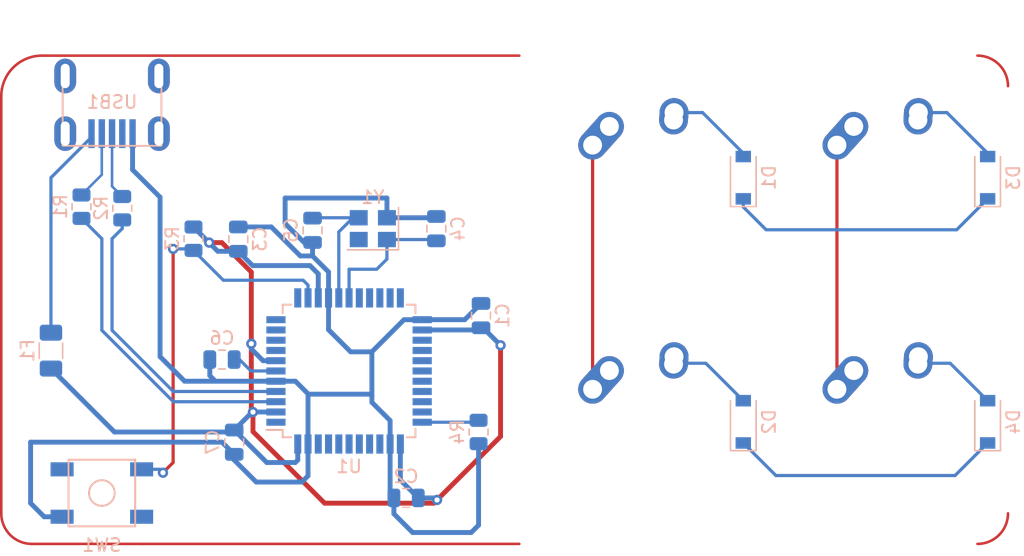
<source format=kicad_pcb>
(kicad_pcb (version 20211014) (generator pcbnew)
  (layers (0 "F.Cu" signal) (31 "B.Cu" signal) (34 "B.Paste" user) (35 "F.Paste" user) (36 "B.SilkS" user "B.Silkscreen") (37 "F.SilkS" user "F.Silkscreen") (38 "B.Mask" user) (39 "F.Mask" user) (44 "Edge.Cuts" user))
  (net 0 "")
  (net 1 "+5V")
  (net 2 "GND")
  (net 3 "Net-(C4-Pad1)")
  (net 4 "Net-(C5-Pad1)")
  (net 5 "Net-(C6-Pad1)")
  (net 6 "/ROW0")
  (net 7 "Net-(D1-Pad2)")
  (net 8 "/ROW1")
  (net 9 "Net-(D2-Pad2)")
  (net 10 "Net-(D3-Pad2)")
  (net 11 "Net-(D4-Pad2)")
  (net 12 "VCC")
  (net 13 "/COL0")
  (net 14 "/COL1")
  (net 15 "/D-")
  (net 16 "Net-(R1-Pad2)")
  (net 17 "/D+")
  (net 18 "Net-(R2-Pad2)")
  (net 19 "Net-(R3-Pad2)")
  (net 20 "Net-(R4-Pad1)")
  (footprint "MX_Alps_Hybrid:MX-1U-NoLED" (layer "F.Cu") (at 163.5125 107.95)
    (fp_text reference "MX4")
    (fp_text value "MX-NoLED")
    (pad "" np_thru_hole circle locked (at 5.08 0 48.0996) (size 1.75 1.75) (drill 1.75) (layers *.Cu *.Mask))
    (pad "" np_thru_hole circle locked (at -5.08 0 48.0996) (size 1.75 1.75) (drill 1.75) (layers *.Cu *.Mask))
    (pad "" np_thru_hole circle locked (at 0 0) (size 3.9878 3.9878) (drill 3.9878) (layers *.Cu *.Mask))
    (pad "1" thru_hole oval locked (at -3.81 -2.54 48.0996) (size 4.211556 2.25) (drill 1.47 (offset 0.980778 0)) (layers *.Cu "B.Mask") (net 14 "/COL1"))
    (pad "1" thru_hole circle locked (at -2.5 -4) (size 2.25 2.25) (drill 1.47) (layers *.Cu "B.Mask") (net 14 "/COL1"))
    (pad "2" thru_hole oval locked (at 2.5 -4.5 86.0548) (size 2.831378 2.25) (drill 1.47 (offset 0.290689 0)) (layers *.Cu "B.Mask") (net 11 "Net-(D4-Pad2)"))
    (pad "2" thru_hole circle locked (at 2.54 -5.08) (size 2.25 2.25) (drill 1.47) (layers *.Cu "B.Mask") (net 11 "Net-(D4-Pad2)"))
  )
  (footprint "MX_Alps_Hybrid:MX-1U-NoLED" (layer "F.Cu") (at 163.5125 88.9)
    (fp_text reference "MX3")
    (fp_text value "MX-NoLED")
    (pad "" np_thru_hole circle locked (at 5.08 0 48.0996) (size 1.75 1.75) (drill 1.75) (layers *.Cu *.Mask))
    (pad "" np_thru_hole circle locked (at 0 0) (size 3.9878 3.9878) (drill 3.9878) (layers *.Cu *.Mask))
    (pad "" np_thru_hole circle locked (at -5.08 0 48.0996) (size 1.75 1.75) (drill 1.75) (layers *.Cu *.Mask))
    (pad "1" thru_hole oval locked (at -3.81 -2.54 48.0996) (size 4.211556 2.25) (drill 1.47 (offset 0.980778 0)) (layers *.Cu "B.Mask") (net 14 "/COL1"))
    (pad "1" thru_hole circle locked (at -2.5 -4) (size 2.25 2.25) (drill 1.47) (layers *.Cu "B.Mask") (net 14 "/COL1"))
    (pad "2" thru_hole oval locked (at 2.5 -4.5 86.0548) (size 2.831378 2.25) (drill 1.47 (offset 0.290689 0)) (layers *.Cu "B.Mask") (net 10 "Net-(D3-Pad2)"))
    (pad "2" thru_hole circle locked (at 2.54 -5.08) (size 2.25 2.25) (drill 1.47) (layers *.Cu "B.Mask") (net 10 "Net-(D3-Pad2)"))
  )
  (footprint "MX_Alps_Hybrid:MX-1U-NoLED" (layer "F.Cu") (at 144.4625 107.95)
    (fp_text reference "MX2")
    (fp_text value "MX-NoLED")
    (pad "" np_thru_hole circle locked (at -5.08 0 48.0996) (size 1.75 1.75) (drill 1.75) (layers *.Cu *.Mask))
    (pad "" np_thru_hole circle locked (at 5.08 0 48.0996) (size 1.75 1.75) (drill 1.75) (layers *.Cu *.Mask))
    (pad "" np_thru_hole circle locked (at 0 0) (size 3.9878 3.9878) (drill 3.9878) (layers *.Cu *.Mask))
    (pad "1" thru_hole oval locked (at -3.81 -2.54 48.0996) (size 4.211556 2.25) (drill 1.47 (offset 0.980778 0)) (layers *.Cu "B.Mask") (net 13 "/COL0"))
    (pad "1" thru_hole circle locked (at -2.5 -4) (size 2.25 2.25) (drill 1.47) (layers *.Cu "B.Mask") (net 13 "/COL0"))
    (pad "2" thru_hole circle locked (at 2.54 -5.08) (size 2.25 2.25) (drill 1.47) (layers *.Cu "B.Mask") (net 9 "Net-(D2-Pad2)"))
    (pad "2" thru_hole oval locked (at 2.5 -4.5 86.0548) (size 2.831378 2.25) (drill 1.47 (offset 0.290689 0)) (layers *.Cu "B.Mask") (net 9 "Net-(D2-Pad2)"))
  )
  (footprint "MX_Alps_Hybrid:MX-1U-NoLED" (layer "F.Cu") (at 144.4625 88.9)
    (fp_text reference "MX1")
    (fp_text value "MX-NoLED")
    (pad "" np_thru_hole circle locked (at 5.08 0 48.0996) (size 1.75 1.75) (drill 1.75) (layers *.Cu *.Mask))
    (pad "" np_thru_hole circle locked (at -5.08 0 48.0996) (size 1.75 1.75) (drill 1.75) (layers *.Cu *.Mask))
    (pad "" np_thru_hole circle locked (at 0 0) (size 3.9878 3.9878) (drill 3.9878) (layers *.Cu *.Mask))
    (pad "1" thru_hole circle locked (at -2.5 -4) (size 2.25 2.25) (drill 1.47) (layers *.Cu "B.Mask") (net 13 "/COL0"))
    (pad "1" thru_hole oval locked (at -3.81 -2.54 48.0996) (size 4.211556 2.25) (drill 1.47 (offset 0.980778 0)) (layers *.Cu "B.Mask") (net 13 "/COL0"))
    (pad "2" thru_hole oval locked (at 2.5 -4.5 86.0548) (size 2.831378 2.25) (drill 1.47 (offset 0.290689 0)) (layers *.Cu "B.Mask") (net 7 "Net-(D1-Pad2)"))
    (pad "2" thru_hole circle locked (at 2.54 -5.08) (size 2.25 2.25) (drill 1.47) (layers *.Cu "B.Mask") (net 7 "Net-(D1-Pad2)"))
  )
  (footprint "Diode_SMD:D_SOD-123" (layer "B.Cu") (at 171.45 88.9 90)
    (fp_text reference "D3" (at 0 2 90) (layer "B.SilkS") (effects (justify mirror)))
    (fp_text value "SOD-123")
    (fp_line (start -2.25 -1) (end 1.65 -1) (layer "B.SilkS") (width 0.12))
    (fp_line (start -2.25 1) (end -2.25 -1) (layer "B.SilkS") (width 0.12))
    (fp_line (start -2.25 1) (end 1.65 1) (layer "B.SilkS") (width 0.12))
    (pad "1" smd rect (at -1.65 0 90) (size 0.9 1.2) (layers "B.Cu" "B.Paste" "B.Mask") (net 6 "/ROW0"))
    (pad "2" smd rect (at 1.65 0 90) (size 0.9 1.2) (layers "B.Cu" "B.Paste" "B.Mask") (net 10 "Net-(D3-Pad2)"))
  )
  (footprint "Resistor_SMD:R_0805_2012Metric" (layer "B.Cu") (at 100.80625 91.1625 -90)
    (fp_text reference "R1" (at 0 1.65 90) (layer "B.SilkS") (effects (justify mirror)))
    (fp_text value "22")
    (fp_line (start -0.227064 0.735) (end 0.227064 0.735) (layer "B.SilkS") (width 0.12))
    (fp_line (start -0.227064 -0.735) (end 0.227064 -0.735) (layer "B.SilkS") (width 0.12))
    (pad "1" smd roundrect (at -0.9125 0 270) (size 1.025 1.4) (layers "B.Cu" "B.Paste" "B.Mask") (roundrect_rratio 0.243902) (net 15 "/D-"))
    (pad "2" smd roundrect (at 0.9125 0 270) (size 1.025 1.4) (layers "B.Cu" "B.Paste" "B.Mask") (roundrect_rratio 0.243902) (net 16 "Net-(R1-Pad2)"))
  )
  (footprint "Fuse:Fuse_1206_3216Metric" (layer "B.Cu") (at 98.425 102.39375 -90)
    (fp_text reference "F1" (at 0 1.82 90) (layer "B.SilkS") (effects (justify mirror)))
    (fp_text value "Polyfuse")
    (fp_line (start -0.602064 -0.91) (end 0.602064 -0.91) (layer "B.SilkS") (width 0.12))
    (fp_line (start -0.602064 0.91) (end 0.602064 0.91) (layer "B.SilkS") (width 0.12))
    (pad "1" smd roundrect (at -1.4 0 270) (size 1.25 1.75) (layers "B.Cu" "B.Paste" "B.Mask") (roundrect_rratio 0.2) (net 12 "VCC"))
    (pad "2" smd roundrect (at 1.4 0 270) (size 1.25 1.75) (layers "B.Cu" "B.Paste" "B.Mask") (roundrect_rratio 0.2) (net 1 "+5V"))
  )
  (footprint "random-keyboard-parts:Molex-0548190589" (layer "B.Cu") (at 103.1875 80.9625 -90)
    (fp_text reference "USB1" (at 2.032 0) (layer "B.SilkS") (effects (justify mirror)))
    (fp_text value "Molex-0548190589")
    (fp_line (start 0 -3.85) (end 5.45 -3.85) (layer "B.SilkS") (width 0.15))
    (fp_line (start 5.45 3.85) (end 5.45 -3.85) (layer "B.SilkS") (width 0.15))
    (fp_line (start 0 3.85) (end 5.45 3.85) (layer "B.SilkS") (width 0.15))
    (pad "1" smd rect locked (at 4.5 -1.6 270) (size 2.25 0.5) (layers "B.Cu" "B.Paste" "B.Mask") (net 2 "GND"))
    (pad "2" smd rect locked (at 4.5 -0.8 270) (size 2.25 0.5) (layers "B.Cu" "B.Paste" "B.Mask"))
    (pad "3" smd rect locked (at 4.5 0 270) (size 2.25 0.5) (layers "B.Cu" "B.Paste" "B.Mask") (net 17 "/D+"))
    (pad "4" smd rect locked (at 4.5 0.8 270) (size 2.25 0.5) (layers "B.Cu" "B.Paste" "B.Mask") (net 15 "/D-"))
    (pad "5" smd rect locked (at 4.5 1.6 270) (size 2.25 0.5) (layers "B.Cu" "B.Paste" "B.Mask") (net 12 "VCC"))
    (pad "6" thru_hole oval locked (at 0 -3.65 270) (size 2.7 1.7) (drill oval 1.9 0.7) (layers *.Cu *.Mask))
    (pad "6" thru_hole oval locked (at 4.5 -3.65 270) (size 2.7 1.7) (drill oval 1.9 0.7) (layers *.Cu *.Mask))
    (pad "6" thru_hole oval locked (at 4.5 3.65 270) (size 2.7 1.7) (drill oval 1.9 0.7) (layers *.Cu *.Mask))
    (pad "6" thru_hole oval locked (at 0 3.65 270) (size 2.7 1.7) (drill oval 1.9 0.7) (layers *.Cu *.Mask))
  )
  (footprint "Diode_SMD:D_SOD-123" (layer "B.Cu") (at 152.4 107.95 90)
    (fp_text reference "D2" (at 0 2 90) (layer "B.SilkS") (effects (justify mirror)))
    (fp_text value "SOD-123")
    (fp_line (start -2.25 -1) (end 1.65 -1) (layer "B.SilkS") (width 0.12))
    (fp_line (start -2.25 1) (end 1.65 1) (layer "B.SilkS") (width 0.12))
    (fp_line (start -2.25 1) (end -2.25 -1) (layer "B.SilkS") (width 0.12))
    (pad "1" smd rect (at -1.65 0 90) (size 0.9 1.2) (layers "B.Cu" "B.Paste" "B.Mask") (net 8 "/ROW1"))
    (pad "2" smd rect (at 1.65 0 90) (size 0.9 1.2) (layers "B.Cu" "B.Paste" "B.Mask") (net 9 "Net-(D2-Pad2)"))
  )
  (footprint "Capacitor_SMD:C_0805_2012Metric" (layer "B.Cu") (at 118.81975 93.003 -90)
    (fp_text reference "C5" (at 0 1.68 90) (layer "B.SilkS") (effects (justify mirror)))
    (fp_text value "22pF")
    (fp_line (start -0.261252 -0.735) (end 0.261252 -0.735) (layer "B.SilkS") (width 0.12))
    (fp_line (start -0.261252 0.735) (end 0.261252 0.735) (layer "B.SilkS") (width 0.12))
    (pad "1" smd roundrect (at -0.95 0 270) (size 1 1.45) (layers "B.Cu" "B.Paste" "B.Mask") (net 4 "Net-(C5-Pad1)"))
    (pad "2" smd roundrect (at 0.95 0 270) (size 1 1.45) (layers "B.Cu" "B.Paste" "B.Mask") (net 2 "GND"))
  )
  (footprint "Resistor_SMD:R_0805_2012Metric" (layer "B.Cu") (at 131.7625 108.74375 -90)
    (fp_text reference "R4" (at 0 1.65 90) (layer "B.SilkS") (effects (justify mirror)))
    (fp_text value "10k")
    (fp_line (start -0.227064 0.735) (end 0.227064 0.735) (layer "B.SilkS") (width 0.12))
    (fp_line (start -0.227064 -0.735) (end 0.227064 -0.735) (layer "B.SilkS") (width 0.12))
    (pad "1" smd roundrect (at -0.9125 0 270) (size 1.025 1.4) (layers "B.Cu" "B.Paste" "B.Mask") (roundrect_rratio 0.243902) (net 20 "Net-(R4-Pad1)"))
    (pad "2" smd roundrect (at 0.9125 0 270) (size 1.025 1.4) (layers "B.Cu" "B.Paste" "B.Mask") (roundrect_rratio 0.243902) (net 2 "GND"))
  )
  (footprint "Resistor_SMD:R_0805_2012Metric" (layer "B.Cu") (at 103.98125 91.28125 -90)
    (fp_text reference "R2" (at 0 1.65 90) (layer "B.SilkS") (effects (justify mirror)))
    (fp_text value "22")
    (fp_line (start -0.227064 0.735) (end 0.227064 0.735) (layer "B.SilkS") (width 0.12))
    (fp_line (start -0.227064 -0.735) (end 0.227064 -0.735) (layer "B.SilkS") (width 0.12))
    (pad "1" smd roundrect (at -0.9125 0 270) (size 1.025 1.4) (layers "B.Cu" "B.Paste" "B.Mask") (roundrect_rratio 0.243902) (net 17 "/D+"))
    (pad "2" smd roundrect (at 0.9125 0 270) (size 1.025 1.4) (layers "B.Cu" "B.Paste" "B.Mask") (roundrect_rratio 0.243902) (net 18 "Net-(R2-Pad2)"))
  )
  (footprint "random-keyboard-parts:SKQG-1155865" (layer "B.Cu") (at 102.39375 113.50625 180)
    (fp_text reference "SW1" (at 0 -4.064) (layer "B.SilkS") (effects (justify mirror)))
    (fp_text value "SW_Push")
    (fp_line (start -2.6 -2.6) (end -2.6 2.6) (layer "B.SilkS") (width 0.15))
    (fp_line (start 2.6 2.6) (end 2.6 -2.6) (layer "B.SilkS") (width 0.15))
    (fp_line (start -2.6 2.6) (end 2.6 2.6) (layer "B.SilkS") (width 0.15))
    (fp_line (start 2.6 -2.6) (end -2.6 -2.6) (layer "B.SilkS") (width 0.15))
    (fp_circle (center 0 0) (end 1 0) (layer "B.SilkS") (width 0.15) (fill none))
    (pad "1" smd rect locked (at 3.1 -1.85 180) (size 1.8 1.1) (layers "B.Cu" "B.Paste" "B.Mask") (net 2 "GND"))
    (pad "2" smd rect locked (at -3.1 1.85 180) (size 1.8 1.1) (layers "B.Cu" "B.Paste" "B.Mask") (net 19 "Net-(R3-Pad2)"))
    (pad "3" smd rect locked (at 3.1 1.85 180) (size 1.8 1.1) (layers "B.Cu" "B.Paste" "B.Mask"))
    (pad "4" smd rect locked (at -3.1 -1.85 180) (size 1.8 1.1) (layers "B.Cu" "B.Paste" "B.Mask"))
  )
  (footprint "Diode_SMD:D_SOD-123" (layer "B.Cu") (at 171.45 107.95 90)
    (fp_text reference "D4" (at 0 2 90) (layer "B.SilkS") (effects (justify mirror)))
    (fp_text value "SOD-123")
    (fp_line (start -2.25 1) (end 1.65 1) (layer "B.SilkS") (width 0.12))
    (fp_line (start -2.25 -1) (end 1.65 -1) (layer "B.SilkS") (width 0.12))
    (fp_line (start -2.25 1) (end -2.25 -1) (layer "B.SilkS") (width 0.12))
    (pad "1" smd rect (at -1.65 0 90) (size 0.9 1.2) (layers "B.Cu" "B.Paste" "B.Mask") (net 8 "/ROW1"))
    (pad "2" smd rect (at 1.65 0 90) (size 0.9 1.2) (layers "B.Cu" "B.Paste" "B.Mask") (net 11 "Net-(D4-Pad2)"))
  )
  (footprint "Package_QFP:TQFP-44_10x10mm_P0.8mm" (layer "B.Cu") (at 121.666 103.98125)
    (fp_text reference "U1" (at 0 7.45) (layer "B.SilkS") (effects (justify mirror)))
    (fp_text value "ATmega32U4-A")
    (fp_line (start -5.175 -5.175) (end -4.5 -5.175) (layer "B.SilkS") (width 0.15))
    (fp_line (start 5.175 -5.175) (end 5.175 -4.5) (layer "B.SilkS") (width 0.15))
    (fp_line (start 5.175 5.175) (end 4.5 5.175) (layer "B.SilkS") (width 0.15))
    (fp_line (start -5.175 -5.175) (end -5.175 -4.5) (layer "B.SilkS") (width 0.15))
    (fp_line (start 5.175 5.175) (end 5.175 4.5) (layer "B.SilkS") (width 0.15))
    (fp_line (start 5.175 -5.175) (end 4.5 -5.175) (layer "B.SilkS") (width 0.15))
    (fp_line (start -5.175 5.175) (end -5.175 4.6) (layer "B.SilkS") (width 0.15))
    (fp_line (start -5.175 5.175) (end -4.5 5.175) (layer "B.SilkS") (width 0.15))
    (fp_line (start -5.175 4.6) (end -6.45 4.6) (layer "B.SilkS") (width 0.15))
    (pad "1" smd rect (at -5.7 4) (size 1.5 0.55) (layers "B.Cu" "B.Paste" "B.Mask"))
    (pad "2" smd rect (at -5.7 3.2) (size 1.5 0.55) (layers "B.Cu" "B.Paste" "B.Mask") (net 1 "+5V"))
    (pad "3" smd rect (at -5.7 2.4) (size 1.5 0.55) (layers "B.Cu" "B.Paste" "B.Mask") (net 16 "Net-(R1-Pad2)"))
    (pad "4" smd rect (at -5.7 1.6) (size 1.5 0.55) (layers "B.Cu" "B.Paste" "B.Mask") (net 18 "Net-(R2-Pad2)"))
    (pad "5" smd rect (at -5.7 0.8) (size 1.5 0.55) (layers "B.Cu" "B.Paste" "B.Mask") (net 2 "GND"))
    (pad "6" smd rect (at -5.7 0) (size 1.5 0.55) (layers "B.Cu" "B.Paste" "B.Mask") (net 5 "Net-(C6-Pad1)"))
    (pad "7" smd rect (at -5.7 -0.8) (size 1.5 0.55) (layers "B.Cu" "B.Paste" "B.Mask") (net 1 "+5V"))
    (pad "8" smd rect (at -5.7 -1.6) (size 1.5 0.55) (layers "B.Cu" "B.Paste" "B.Mask"))
    (pad "9" smd rect (at -5.7 -2.4) (size 1.5 0.55) (layers "B.Cu" "B.Paste" "B.Mask"))
    (pad "10" smd rect (at -5.7 -3.2) (size 1.5 0.55) (layers "B.Cu" "B.Paste" "B.Mask"))
    (pad "11" smd rect (at -5.7 -4) (size 1.5 0.55) (layers "B.Cu" "B.Paste" "B.Mask"))
    (pad "12" smd rect (at -4 -5.7 270) (size 1.5 0.55) (layers "B.Cu" "B.Paste" "B.Mask"))
    (pad "13" smd rect (at -3.2 -5.7 270) (size 1.5 0.55) (layers "B.Cu" "B.Paste" "B.Mask") (net 19 "Net-(R3-Pad2)"))
    (pad "14" smd rect (at -2.4 -5.7 270) (size 1.5 0.55) (layers "B.Cu" "B.Paste" "B.Mask") (net 1 "+5V"))
    (pad "15" smd rect (at -1.6 -5.7 270) (size 1.5 0.55) (layers "B.Cu" "B.Paste" "B.Mask") (net 2 "GND"))
    (pad "16" smd rect (at -0.8 -5.7 270) (size 1.5 0.55) (layers "B.Cu" "B.Paste" "B.Mask") (net 4 "Net-(C5-Pad1)"))
    (pad "17" smd rect (at 0 -5.7 270) (size 1.5 0.55) (layers "B.Cu" "B.Paste" "B.Mask") (net 3 "Net-(C4-Pad1)"))
    (pad "18" smd rect (at 0.8 -5.7 270) (size 1.5 0.55) (layers "B.Cu" "B.Paste" "B.Mask"))
    (pad "19" smd rect (at 1.6 -5.7 270) (size 1.5 0.55) (layers "B.Cu" "B.Paste" "B.Mask"))
    (pad "20" smd rect (at 2.4 -5.7 270) (size 1.5 0.55) (layers "B.Cu" "B.Paste" "B.Mask"))
    (pad "21" smd rect (at 3.2 -5.7 270) (size 1.5 0.55) (layers "B.Cu" "B.Paste" "B.Mask"))
    (pad "22" smd rect (at 4 -5.7 270) (size 1.5 0.55) (layers "B.Cu" "B.Paste" "B.Mask"))
    (pad "23" smd rect (at 5.7 -4) (size 1.5 0.55) (layers "B.Cu" "B.Paste" "B.Mask") (net 2 "GND"))
    (pad "24" smd rect (at 5.7 -3.2) (size 1.5 0.55) (layers "B.Cu" "B.Paste" "B.Mask") (net 1 "+5V"))
    (pad "25" smd rect (at 5.7 -2.4) (size 1.5 0.55) (layers "B.Cu" "B.Paste" "B.Mask"))
    (pad "26" smd rect (at 5.7 -1.6) (size 1.5 0.55) (layers "B.Cu" "B.Paste" "B.Mask"))
    (pad "27" smd rect (at 5.7 -0.8) (size 1.5 0.55) (layers "B.Cu" "B.Paste" "B.Mask"))
    (pad "28" smd rect (at 5.7 0) (size 1.5 0.55) (layers "B.Cu" "B.Paste" "B.Mask"))
    (pad "29" smd rect (at 5.7 0.8) (size 1.5 0.55) (layers "B.Cu" "B.Paste" "B.Mask"))
    (pad "30" smd rect (at 5.7 1.6) (size 1.5 0.55) (layers "B.Cu" "B.Paste" "B.Mask"))
    (pad "31" smd rect (at 5.7 2.4) (size 1.5 0.55) (layers "B.Cu" "B.Paste" "B.Mask"))
    (pad "32" smd rect (at 5.7 3.2) (size 1.5 0.55) (layers "B.Cu" "B.Paste" "B.Mask"))
    (pad "33" smd rect (at 5.7 4) (size 1.5 0.55) (layers "B.Cu" "B.Paste" "B.Mask") (net 20 "Net-(R4-Pad1)"))
    (pad "34" smd rect (at 4 5.7 270) (size 1.5 0.55) (layers "B.Cu" "B.Paste" "B.Mask") (net 1 "+5V"))
    (pad "35" smd rect (at 3.2 5.7 270) (size 1.5 0.55) (layers "B.Cu" "B.Paste" "B.Mask") (net 2 "GND"))
    (pad "36" smd rect (at 2.4 5.7 270) (size 1.5 0.55) (layers "B.Cu" "B.Paste" "B.Mask"))
    (pad "37" smd rect (at 1.6 5.7 270) (size 1.5 0.55) (layers "B.Cu" "B.Paste" "B.Mask"))
    (pad "38" smd rect (at 0.8 5.7 270) (size 1.5 0.55) (layers "B.Cu" "B.Paste" "B.Mask"))
    (pad "39" smd rect (at 0 5.7 270) (size 1.5 0.55) (layers "B.Cu" "B.Paste" "B.Mask"))
    (pad "40" smd rect (at -0.8 5.7 270) (size 1.5 0.55) (layers "B.Cu" "B.Paste" "B.Mask"))
    (pad "41" smd rect (at -1.6 5.7 270) (size 1.5 0.55) (layers "B.Cu" "B.Paste" "B.Mask"))
    (pad "42" smd rect (at -2.4 5.7 270) (size 1.5 0.55) (layers "B.Cu" "B.Paste" "B.Mask"))
    (pad "43" smd rect (at -3.2 5.7 270) (size 1.5 0.55) (layers "B.Cu" "B.Paste" "B.Mask") (net 2 "GND"))
    (pad "44" smd rect (at -4 5.7 270) (size 1.5 0.55) (layers "B.Cu" "B.Paste" "B.Mask") (net 1 "+5V"))
  )
  (footprint "Capacitor_SMD:C_0805_2012Metric" (layer "B.Cu") (at 128.47175 92.876 90)
    (fp_text reference "C4" (at 0 1.68 90) (layer "B.SilkS") (effects (justify mirror)))
    (fp_text value "22pF")
    (fp_line (start -0.261252 0.735) (end 0.261252 0.735) (layer "B.SilkS") (width 0.12))
    (fp_line (start -0.261252 -0.735) (end 0.261252 -0.735) (layer "B.SilkS") (width 0.12))
    (pad "1" smd roundrect (at -0.95 0 90) (size 1 1.45) (layers "B.Cu" "B.Paste" "B.Mask") (net 3 "Net-(C4-Pad1)"))
    (pad "2" smd roundrect (at 0.95 0 90) (size 1 1.45) (layers "B.Cu" "B.Paste" "B.Mask") (net 2 "GND"))
  )
  (footprint "Capacitor_SMD:C_0805_2012Metric" (layer "B.Cu") (at 111.76 103.09225 180)
    (fp_text reference "C6" (at 0 1.68) (layer "B.SilkS") (effects (justify mirror)))
    (fp_text value "11uF")
    (fp_line (start -0.261252 0.735) (end 0.261252 0.735) (layer "B.SilkS") (width 0.12))
    (fp_line (start -0.261252 -0.735) (end 0.261252 -0.735) (layer "B.SilkS") (width 0.12))
    (pad "1" smd roundrect (at -0.95 0 180) (size 1 1.45) (layers "B.Cu" "B.Paste" "B.Mask") (net 5 "Net-(C6-Pad1)"))
    (pad "2" smd roundrect (at 0.95 0 180) (size 1 1.45) (layers "B.Cu" "B.Paste" "B.Mask") (net 2 "GND"))
  )
  (footprint "Resistor_SMD:R_0805_2012Metric" (layer "B.Cu") (at 109.5375 93.6625 -90)
    (fp_text reference "R3" (at 0 1.65 90) (layer "B.SilkS") (effects (justify mirror)))
    (fp_text value "10k")
    (fp_line (start -0.227064 -0.735) (end 0.227064 -0.735) (layer "B.SilkS") (width 0.12))
    (fp_line (start -0.227064 0.735) (end 0.227064 0.735) (layer "B.SilkS") (width 0.12))
    (pad "1" smd roundrect (at -0.9125 0 270) (size 1.025 1.4) (layers "B.Cu" "B.Paste" "B.Mask") (roundrect_rratio 0.243902) (net 1 "+5V"))
    (pad "2" smd roundrect (at 0.9125 0 270) (size 1.025 1.4) (layers "B.Cu" "B.Paste" "B.Mask") (roundrect_rratio 0.243902) (net 19 "Net-(R3-Pad2)"))
  )
  (footprint "Capacitor_SMD:C_0805_2012Metric" (layer "B.Cu") (at 126.111 113.88725 180)
    (fp_text reference "C2" (at 0 1.68) (layer "B.SilkS") (effects (justify mirror)))
    (fp_text value "0.1uF")
    (fp_line (start -0.261252 0.735) (end 0.261252 0.735) (layer "B.SilkS") (width 0.12))
    (fp_line (start -0.261252 -0.735) (end 0.261252 -0.735) (layer "B.SilkS") (width 0.12))
    (pad "1" smd roundrect (at -0.95 0 180) (size 1 1.45) (layers "B.Cu" "B.Paste" "B.Mask") (net 1 "+5V"))
    (pad "2" smd roundrect (at 0.95 0 180) (size 1 1.45) (layers "B.Cu" "B.Paste" "B.Mask") (net 2 "GND"))
  )
  (footprint "Diode_SMD:D_SOD-123" (layer "B.Cu") (at 152.4 88.9 90)
    (fp_text reference "D1" (at 0 2 90) (layer "B.SilkS") (effects (justify mirror)))
    (fp_text value "SOD-123")
    (fp_line (start -2.25 1) (end 1.65 1) (layer "B.SilkS") (width 0.12))
    (fp_line (start -2.25 1) (end -2.25 -1) (layer "B.SilkS") (width 0.12))
    (fp_line (start -2.25 -1) (end 1.65 -1) (layer "B.SilkS") (width 0.12))
    (pad "1" smd rect (at -1.65 0 90) (size 0.9 1.2) (layers "B.Cu" "B.Paste" "B.Mask") (net 6 "/ROW0"))
    (pad "2" smd rect (at 1.65 0 90) (size 0.9 1.2) (layers "B.Cu" "B.Paste" "B.Mask") (net 7 "Net-(D1-Pad2)"))
  )
  (footprint "Capacitor_SMD:C_0805_2012Metric" (layer "B.Cu") (at 131.953 99.66325 90)
    (fp_text reference "C1" (at 0 1.68 90) (layer "B.SilkS") (effects (justify mirror)))
    (fp_text value "0.1uF")
    (fp_line (start -0.261252 -0.735) (end 0.261252 -0.735) (layer "B.SilkS") (width 0.12))
    (fp_line (start -0.261252 0.735) (end 0.261252 0.735) (layer "B.SilkS") (width 0.12))
    (pad "1" smd roundrect (at -0.95 0 90) (size 1 1.45) (layers "B.Cu" "B.Paste" "B.Mask") (net 1 "+5V"))
    (pad "2" smd roundrect (at 0.95 0 90) (size 1 1.45) (layers "B.Cu" "B.Paste" "B.Mask") (net 2 "GND"))
  )
  (footprint "Crystal:Crystal_SMD_3225-4Pin_3.2x2.5mm" (layer "B.Cu") (at 123.51875 92.876 180)
    (fp_text reference "Y1" (at 0 2.45) (layer "B.SilkS") (effects (justify mirror)))
    (fp_text value "16MHz")
    (fp_line (start -2 -1.65) (end 2 -1.65) (layer "B.SilkS") (width 0.12))
    (fp_line (start -2 1.65) (end -2 -1.65) (layer "B.SilkS") (width 0.12))
    (pad "1" smd rect (at -1.1 -0.85 180) (size 1.4 1.2) (layers "B.Cu" "B.Paste" "B.Mask") (net 3 "Net-(C4-Pad1)"))
    (pad "2" smd rect (at 1.1 -0.85 180) (size 1.4 1.2) (layers "B.Cu" "B.Paste" "B.Mask") (net 2 "GND"))
    (pad "3" smd rect (at 1.1 0.85 180) (size 1.4 1.2) (layers "B.Cu" "B.Paste" "B.Mask") (net 4 "Net-(C5-Pad1)"))
    (pad "4" smd rect (at -1.1 0.85 180) (size 1.4 1.2) (layers "B.Cu" "B.Paste" "B.Mask") (net 2 "GND"))
  )
  (footprint "Capacitor_SMD:C_0805_2012Metric" (layer "B.Cu") (at 113.03 93.69425 90)
    (fp_text reference "C3" (at 0 1.68 90) (layer "B.SilkS") (effects (justify mirror)))
    (fp_text value "0.1uF")
    (fp_line (start -0.261252 0.735) (end 0.261252 0.735) (layer "B.SilkS") (width 0.12))
    (fp_line (start -0.261252 -0.735) (end 0.261252 -0.735) (layer "B.SilkS") (width 0.12))
    (pad "1" smd roundrect (at -0.95 0 90) (size 1 1.45) (layers "B.Cu" "B.Paste" "B.Mask") (net 1 "+5V"))
    (pad "2" smd roundrect (at 0.95 0 90) (size 1 1.45) (layers "B.Cu" "B.Paste" "B.Mask") (net 2 "GND"))
  )
  (footprint "Capacitor_SMD:C_0805_2012Metric" (layer "B.Cu") (at 112.7125 109.5375 -90)
    (fp_text reference "C7" (at 0 1.68 90) (layer "B.SilkS") (effects (justify mirror)))
    (fp_text value "10uF")
    (fp_line (start -0.261252 0.735) (end 0.261252 0.735) (layer "B.SilkS") (width 0.12))
    (fp_line (start -0.261252 -0.735) (end 0.261252 -0.735) (layer "B.SilkS") (width 0.12))
    (pad "1" smd roundrect (at -0.95 0 270) (size 1 1.45) (layers "B.Cu" "B.Paste" "B.Mask") (net 1 "+5V"))
    (pad "2" smd roundrect (at 0.95 0 270) (size 1 1.45) (layers "B.Cu" "B.Paste" "B.Mask") (net 2 "GND"))
  )
  (gr_line (start 134.9375 79.375) (end 106.3625 79.375) (layer "F.Cu") (width 0.2))
  (gr_line (start 105.56875 117.475) (end 134.9375 117.475) (layer "F.Cu") (width 0.2))
  (gr_arc (start 173.0375 115.09375) (mid 172.340048 116.777548) (end 170.65625 117.475) (layer "F.Cu") (width 0.2))
  (gr_line (start 106.3625 79.375) (end 97.727548 79.375) (layer "F.Cu") (width 0.2))
  (gr_line (start 105.56875 117.475) (end 96.933798 117.475) (layer "F.Cu") (width 0.2))
  (gr_line (start 94.552548 82.55) (end 94.552548 115.09375) (layer "F.Cu") (width 0.2))
  (gr_arc (start 170.65625 79.375) (mid 172.340048 80.072452) (end 173.0375 81.75625) (layer "F.Cu") (width 0.2))
  (gr_arc (start 94.552548 82.55) (mid 95.482484 80.304936) (end 97.727548 79.375) (layer "F.Cu") (width 0.2))
  (gr_arc (start 96.933798 117.475) (mid 95.25 116.777548) (end 94.552548 115.09375) (layer "F.Cu") (width 0.2))
  (segment (start 114.173 108.712) (end 119.761 114.3) (width 0.381) (layer "F.Cu") (net 1))
  (segment (start 111.745123 93.965123) (end 114.046 96.266) (width 0.381) (layer "F.Cu") (net 1))
  (segment (start 133.477 109.093) (end 133.477 101.981) (width 0.381) (layer "F.Cu") (net 1))
  (segment (start 110.762729 93.965123) (end 111.745123 93.965123) (width 0.381) (layer "F.Cu") (net 1))
  (segment (start 128.27 114.3) (end 128.524 114.046) (width 0.381) (layer "F.Cu") (net 1))
  (segment (start 128.524 114.046) (end 133.477 109.093) (width 0.381) (layer "F.Cu") (net 1))
  (segment (start 114.173 107.188) (end 114.173 108.712) (width 0.381) (layer "F.Cu") (net 1))
  (segment (start 114.046 101.854) (end 114.046 107.061) (width 0.381) (layer "F.Cu") (net 1))
  (segment (start 119.761 114.3) (end 128.27 114.3) (width 0.381) (layer "F.Cu") (net 1))
  (segment (start 114.046 107.061) (end 114.173 107.188) (width 0.381) (layer "F.Cu") (net 1))
  (segment (start 114.046 96.266) (end 114.046 101.854) (width 0.381) (layer "F.Cu") (net 1))
  (via (at 110.762729 93.965123) (size 0.8) (drill 0.4) (layers "F.Cu" "B.Cu") (net 1))
  (via (at 114.046 101.854) (size 0.8) (drill 0.4) (layers "F.Cu" "B.Cu") (net 1))
  (via (at 128.524 114.046) (size 0.8) (drill 0.4) (layers "F.Cu" "B.Cu") (net 1))
  (via (at 133.477 101.981) (size 0.8) (drill 0.4) (layers "F.Cu" "B.Cu") (net 1))
  (via (at 114.173 107.188) (size 0.8) (drill 0.4) (layers "F.Cu" "B.Cu") (net 1))
  (segment (start 115.966 107.18125) (end 114.11875 107.18125) (width 0.381) (layer "B.Cu") (net 1))
  (segment (start 98.425 103.79375) (end 103.375 108.74375) (width 0.381) (layer "B.Cu") (net 1))
  (segment (start 119.266 96.406) (end 118.618 95.758) (width 0.381) (layer "B.Cu") (net 1))
  (segment (start 119.266 98.28125) (end 119.266 96.406) (width 0.381) (layer "B.Cu") (net 1))
  (segment (start 125.666 112.49225) (end 125.666 109.68125) (width 0.381) (layer "B.Cu") (net 1))
  (segment (start 114.14375 95.758) (end 113.03 94.64425) (width 0.381) (layer "B.Cu") (net 1))
  (segment (start 127.061 113.88725) (end 125.666 112.49225) (width 0.381) (layer "B.Cu") (net 1))
  (segment (start 118.618 95.758) (end 114.14375 95.758) (width 0.381) (layer "B.Cu") (net 1))
  (segment (start 114.96 103.18125) (end 115.966 103.18125) (width 0.381) (layer "B.Cu") (net 1))
  (segment (start 117.475 111.125) (end 115.25 111.125) (width 0.381) (layer "B.Cu") (net 1))
  (segment (start 131.785 100.78125) (end 127.366 100.78125) (width 0.381) (layer "B.Cu") (net 1))
  (segment (start 131.953 100.61325) (end 132.10925 100.61325) (width 0.381) (layer "B.Cu") (net 1))
  (segment (start 115.25 111.125) (end 112.7125 108.5875) (width 0.381) (layer "B.Cu") (net 1))
  (segment (start 117.666 109.68125) (end 117.666 110.934) (width 0.381) (layer "B.Cu") (net 1))
  (segment (start 112.55625 108.74375) (end 112.7125 108.5875) (width 0.381) (layer "B.Cu") (net 1))
  (segment (start 117.666 110.934) (end 117.475 111.125) (width 0.381) (layer "B.Cu") (net 1))
  (segment (start 110.75575 93.96825) (end 111.43175 94.64425) (width 0.381) (layer "B.Cu") (net 1))
  (segment (start 114.046 102.26725) (end 114.96 103.18125) (width 0.381) (layer "B.Cu") (net 1))
  (segment (start 114.046 101.854) (end 114.046 102.26725) (width 0.381) (layer "B.Cu") (net 1))
  (segment (start 103.375 108.74375) (end 112.55625 108.74375) (width 0.381) (layer "B.Cu") (net 1))
  (segment (start 131.953 100.61325) (end 131.785 100.78125) (width 0.381) (layer "B.Cu") (net 1))
  (segment (start 132.10925 100.61325) (end 133.477 101.981) (width 0.381) (layer "B.Cu") (net 1))
  (segment (start 109.5375 92.75) (end 110.75575 93.96825) (width 0.381) (layer "B.Cu") (net 1))
  (segment (start 111.43175 94.64425) (end 113.03 94.64425) (width 0.381) (layer "B.Cu") (net 1))
  (segment (start 110.759602 93.96825) (end 110.762729 93.965123) (width 0.381) (layer "B.Cu") (net 1))
  (segment (start 127.061 113.88725) (end 128.36525 113.88725) (width 0.381) (layer "B.Cu") (net 1))
  (segment (start 110.75575 93.96825) (end 110.759602 93.96825) (width 0.381) (layer "B.Cu") (net 1))
  (segment (start 128.36525 113.88725) (end 128.524 114.046) (width 0.381) (layer "B.Cu") (net 1))
  (segment (start 114.11875 107.18125) (end 112.7125 108.5875) (width 0.381) (layer "B.Cu") (net 1))
  (segment (start 117.48125 104.78125) (end 118.491 105.791) (width 0.381) (layer "B.Cu") (net 2))
  (segment (start 118.162375 93.953) (end 116.68125 92.471875) (width 0.381) (layer "B.Cu") (net 2))
  (segment (start 99.29375 115.35625) (end 97.89375 115.35625) (width 0.381) (layer "B.Cu") (net 2))
  (segment (start 110.81 104.3455) (end 111.24575 104.78125) (width 0.381) (layer "B.Cu") (net 2))
  (segment (start 128.37175 92.026) (end 128.47175 91.926) (width 0.381) (layer "B.Cu") (net 2))
  (segment (start 96.8375 109.5375) (end 111.7625 109.5375) (width 0.381) (layer "B.Cu") (net 2))
  (segment (start 117.86725 95.00725) (end 118.81975 95.00725) (width 0.381) (layer "B.Cu") (net 2))
  (segment (start 108.84525 104.78125) (end 111.24575 104.78125) (width 0.381) (layer "B.Cu") (net 2))
  (segment (start 115.60425 92.74425) (end 117.86725 95.00725) (width 0.381) (layer "B.Cu") (net 2))
  (segment (start 125.161 115.128) (end 126.619 116.586) (width 0.381) (layer "B.Cu") (net 2))
  (segment (start 130.685 99.98125) (end 127.366 99.98125) (width 0.381) (layer "B.Cu") (net 2))
  (segment (start 114.427 112.649) (end 117.983 112.649) (width 0.381) (layer "B.Cu") (net 2))
  (segment (start 123.444 106.426) (end 123.444 105.918) (width 0.381) (layer "B.Cu") (net 2))
  (segment (start 113.03 92.74425) (end 115.60425 92.74425) (width 0.381) (layer "B.Cu") (net 2))
  (segment (start 131.7625 116.0145) (end 131.7625 109.65625) (width 0.381) (layer "B.Cu") (net 2))
  (segment (start 112.7125 110.4875) (end 112.7125 110.9345) (width 0.381) (layer "B.Cu") (net 2))
  (segment (start 118.491 105.791) (end 118.466 105.816) (width 0.381) (layer "B.Cu") (net 2))
  (segment (start 112.7125 110.9345) (end 114.427 112.649) (width 0.381) (layer "B.Cu") (net 2))
  (segment (start 116.68125 90.4875) (end 124.61875 90.4875) (width 0.381) (layer "B.Cu") (net 2))
  (segment (start 131.191 116.586) (end 131.7625 116.0145) (width 0.381) (layer "B.Cu") (net 2))
  (segment (start 118.81975 93.953) (end 118.162375 93.953) (width 0.381) (layer "B.Cu") (net 2))
  (segment (start 104.7875 88.2775) (end 106.934 90.424) (width 0.381) (layer "B.Cu") (net 2))
  (segment (start 104.7875 85.4625) (end 104.7875 88.2775) (width 0.381) (layer "B.Cu") (net 2))
  (segment (start 106.934 90.424) (end 106.934 102.87) (width 0.381) (layer "B.Cu") (net 2))
  (segment (start 106.934 102.87) (end 108.84525 104.78125) (width 0.381) (layer "B.Cu") (net 2))
  (segment (start 124.866 107.848) (end 123.444 106.426) (width 0.381) (layer "B.Cu") (net 2))
  (segment (start 126.619 116.586) (end 131.191 116.586) (width 0.381) (layer "B.Cu") (net 2))
  (segment (start 125.161 113.88725) (end 124.866 113.59225) (width 0.381) (layer "B.Cu") (net 2))
  (segment (start 125.95175 99.98125) (end 127.366 99.98125) (width 0.381) (layer "B.Cu") (net 2))
  (segment (start 97.89375 115.35625) (end 96.8375 114.3) (width 0.381) (layer "B.Cu") (net 2))
  (segment (start 118.466 112.166) (end 118.466 109.68125) (width 0.381) (layer "B.Cu") (net 2))
  (segment (start 115.966 104.78125) (end 117.48125 104.78125) (width 0.381) (layer "B.Cu") (net 2))
  (segment (start 111.7625 109.5375) (end 112.7125 110.4875) (width 0.381) (layer "B.Cu") (net 2))
  (segment (start 118.491 105.791) (end 123.317 105.791) (width 0.381) (layer "B.Cu") (net 2))
  (segment (start 118.466 105.816) (end 118.466 109.68125) (width 0.381) (layer "B.Cu") (net 2))
  (segment (start 116.68125 92.471875) (end 116.68125 90.4875) (width 0.381) (layer "B.Cu") (net 2))
  (segment (start 111.24575 104.78125) (end 115.966 104.78125) (width 0.381) (layer "B.Cu") (net 2))
  (segment (start 124.866 109.68125) (end 124.866 107.848) (width 0.381) (layer "B.Cu") (net 2))
  (segment (start 96.8375 114.3) (end 96.8375 109.5375) (width 0.381) (layer "B.Cu") (net 2))
  (segment (start 123.444 105.918) (end 123.444 102.489) (width 0.381) (layer "B.Cu") (net 2))
  (segment (start 121.793 102.489) (end 120.066 100.762) (width 0.381) (layer "B.Cu") (net 2))
  (segment (start 117.983 112.649) (end 118.466 112.166) (width 0.381) (layer "B.Cu") (net 2))
  (segment (start 131.953 98.71325) (end 130.685 99.98125) (width 0.381) (layer "B.Cu") (net 2))
  (segment (start 124.61875 92.026) (end 128.37175 92.026) (width 0.381) (layer "B.Cu") (net 2))
  (segment (start 123.444 102.489) (end 125.95175 99.98125) (width 0.381) (layer "B.Cu") (net 2))
  (segment (start 124.866 113.59225) (end 124.866 109.68125) (width 0.381) (layer "B.Cu") (net 2))
  (segment (start 123.444 102.489) (end 121.793 102.489) (width 0.381) (layer "B.Cu") (net 2))
  (segment (start 125.161 113.88725) (end 125.161 115.128) (width 0.381) (layer "B.Cu") (net 2))
  (segment (start 118.81975 93.953) (end 118.81975 95.00725) (width 0.381) (layer "B.Cu") (net 2))
  (segment (start 118.81975 95.00725) (end 120.066 96.2535) (width 0.381) (layer "B.Cu") (net 2))
  (segment (start 120.066 100.762) (end 120.066 98.28125) (width 0.381) (layer "B.Cu") (net 2))
  (segment (start 123.317 105.791) (end 123.444 105.918) (width 0.381) (layer "B.Cu") (net 2))
  (segment (start 110.81 103.09225) (end 110.81 104.3455) (width 0.381) (layer "B.Cu") (net 2))
  (segment (start 124.61875 90.4875) (end 124.61875 92.026) (width 0.381) (layer "B.Cu") (net 2))
  (segment (start 120.066 96.2535) (end 120.066 98.28125) (width 0.381) (layer "B.Cu") (net 2))
  (segment (start 121.666 96.04375) (end 121.666 98.28125) (width 0.25) (layer "B.Cu") (net 3))
  (segment (start 124.61875 93.726) (end 124.61875 95.25) (width 0.25) (layer "B.Cu") (net 3))
  (segment (start 124.61875 95.25) (end 123.825 96.04375) (width 0.25) (layer "B.Cu") (net 3))
  (segment (start 128.37175 93.726) (end 124.61875 93.726) (width 0.25) (layer "B.Cu") (net 3))
  (segment (start 128.47175 93.826) (end 128.37175 93.726) (width 0.25) (layer "B.Cu") (net 3))
  (segment (start 123.825 96.04375) (end 121.666 96.04375) (width 0.25) (layer "B.Cu") (net 3))
  (segment (start 118.81975 92.053) (end 118.84675 92.026) (width 0.25) (layer "B.Cu") (net 4))
  (segment (start 121.969 92.026) (end 120.866 93.129) (width 0.25) (layer "B.Cu") (net 4))
  (segment (start 122.41875 92.026) (end 121.969 92.026) (width 0.25) (layer "B.Cu") (net 4))
  (segment (start 120.866 93.129) (end 120.866 98.28125) (width 0.25) (layer "B.Cu") (net 4))
  (segment (start 118.84675 92.026) (end 122.41875 92.026) (width 0.25) (layer "B.Cu") (net 4))
  (segment (start 114.01425 103.98125) (end 115.966 103.98125) (width 0.25) (layer "B.Cu") (net 5))
  (segment (start 113.12525 103.09225) (end 114.01425 103.98125) (width 0.25) (layer "B.Cu") (net 5))
  (segment (start 112.71 103.09225) (end 113.12525 103.09225) (width 0.25) (layer "B.Cu") (net 5))
  (segment (start 169.036 92.964) (end 171.45 90.55) (width 0.25) (layer "B.Cu") (net 6))
  (segment (start 154.178 92.964) (end 169.036 92.964) (width 0.25) (layer "B.Cu") (net 6))
  (segment (start 152.4 91.186) (end 154.178 92.964) (width 0.25) (layer "B.Cu") (net 6))
  (segment (start 152.4 90.55) (end 152.4 91.186) (width 0.25) (layer "B.Cu") (net 6))
  (segment (start 146.9625 84.4) (end 146.9625 83.86) (width 0.25) (layer "B.Cu") (net 7))
  (segment (start 147.0025 83.82) (end 149.225 83.82) (width 0.25) (layer "B.Cu") (net 7))
  (segment (start 152.4 86.995) (end 152.4 87.25) (width 0.25) (layer "B.Cu") (net 7))
  (segment (start 146.9625 83.86) (end 147.0025 83.82) (width 0.25) (layer "B.Cu") (net 7))
  (segment (start 149.225 83.82) (end 152.4 86.995) (width 0.25) (layer "B.Cu") (net 7))
  (segment (start 152.4 109.6) (end 154.941 112.141) (width 0.25) (layer "B.Cu") (net 8))
  (segment (start 168.909 112.141) (end 171.45 109.6) (width 0.25) (layer "B.Cu") (net 8))
  (segment (start 154.941 112.141) (end 168.909 112.141) (width 0.25) (layer "B.Cu") (net 8))
  (segment (start 146.9625 103.45) (end 147.0345 103.378) (width 0.25) (layer "B.Cu") (net 9))
  (segment (start 149.478 103.378) (end 152.4 106.3) (width 0.25) (layer "B.Cu") (net 9))
  (segment (start 147.0345 103.378) (end 149.478 103.378) (width 0.25) (layer "B.Cu") (net 9))
  (segment (start 166.0525 83.82) (end 168.275 83.82) (width 0.25) (layer "B.Cu") (net 10))
  (segment (start 171.45 86.995) (end 171.45 87.25) (width 0.25) (layer "B.Cu") (net 10))
  (segment (start 168.275 83.82) (end 171.45 86.995) (width 0.25) (layer "B.Cu") (net 10))
  (segment (start 166.0845 103.378) (end 168.528 103.378) (width 0.25) (layer "B.Cu") (net 11))
  (segment (start 168.528 103.378) (end 171.45 106.3) (width 0.25) (layer "B.Cu") (net 11))
  (segment (start 166.0125 103.45) (end 166.0845 103.378) (width 0.25) (layer "B.Cu") (net 11))
  (segment (start 101.5875 85.4625) (end 101.5875 85.7375) (width 0.25) (layer "B.Cu") (net 12))
  (segment (start 101.5875 85.7375) (end 98.425 88.9) (width 0.25) (layer "B.Cu") (net 12))
  (segment (start 98.425 88.9) (end 98.425 100.99375) (width 0.25) (layer "B.Cu") (net 12))
  (segment (start 140.6525 86.36) (end 140.6525 105.41) (width 0.25) (layer "F.Cu") (net 13))
  (segment (start 159.7025 86.36) (end 159.7025 105.41) (width 0.25) (layer "F.Cu") (net 14))
  (segment (start 102.3875 88.66875) (end 100.80625 90.25) (width 0.2) (layer "B.Cu") (net 15))
  (segment (start 102.3875 85.4625) (end 102.3875 88.66875) (width 0.2) (layer "B.Cu") (net 15))
  (segment (start 102.39375 100.80625) (end 107.96875 106.38125) (width 0.25) (layer "B.Cu") (net 16))
  (segment (start 102.39375 93.6625) (end 102.39375 100.80625) (width 0.25) (layer "B.Cu") (net 16))
  (segment (start 107.96875 106.38125) (end 115.966 106.38125) (width 0.25) (layer "B.Cu") (net 16))
  (segment (start 100.80625 92.075) (end 102.39375 93.6625) (width 0.25) (layer "B.Cu") (net 16))
  (segment (start 103.1875 85.4625) (end 103.1875 89.575) (width 0.2) (layer "B.Cu") (net 17))
  (segment (start 103.1875 89.575) (end 103.98125 90.36875) (width 0.2) (layer "B.Cu") (net 17))
  (segment (start 103.1875 100.80625) (end 107.9625 105.58125) (width 0.25) (layer "B.Cu") (net 18))
  (segment (start 103.98125 92.19375) (end 103.98125 92.86875) (width 0.25) (layer "B.Cu") (net 18))
  (segment (start 103.98125 92.86875) (end 103.1875 93.6625) (width 0.25) (layer "B.Cu") (net 18))
  (segment (start 107.9625 105.58125) (end 115.966 105.58125) (width 0.25) (layer "B.Cu") (net 18))
  (segment (start 103.1875 93.6625) (end 103.1875 100.80625) (width 0.25) (layer "B.Cu") (net 18))
  (segment (start 107.15625 111.91875) (end 107.95 111.125) (width 0.25) (layer "F.Cu") (net 19))
  (segment (start 107.95 111.125) (end 107.95 94.45625) (width 0.25) (layer "F.Cu") (net 19))
  (via (at 107.95 94.45625) (size 0.8) (drill 0.4) (layers "F.Cu" "B.Cu") (net 19))
  (via (at 107.15625 111.91875) (size 0.8) (drill 0.4) (layers "F.Cu" "B.Cu") (net 19))
  (segment (start 118.466 98.28125) (end 118.466 97.28125) (width 0.25) (layer "B.Cu") (net 19))
  (segment (start 105.49375 111.65625) (end 106.89375 111.65625) (width 0.25) (layer "B.Cu") (net 19))
  (segment (start 118.08575 96.901) (end 111.8635 96.901) (width 0.25) (layer "B.Cu") (net 19))
  (segment (start 107.95 94.45625) (end 109.41875 94.45625) (width 0.25) (layer "B.Cu") (net 19))
  (segment (start 111.8635 96.901) (end 109.5375 94.575) (width 0.25) (layer "B.Cu") (net 19))
  (segment (start 109.41875 94.45625) (end 109.5375 94.575) (width 0.25) (layer "B.Cu") (net 19))
  (segment (start 106.89375 111.65625) (end 107.15625 111.91875) (width 0.25) (layer "B.Cu") (net 19))
  (segment (start 118.466 97.28125) (end 118.08575 96.901) (width 0.25) (layer "B.Cu") (net 19))
  (segment (start 131.6125 107.98125) (end 127.366 107.98125) (width 0.25) (layer "B.Cu") (net 20))
  (segment (start 131.7625 107.83125) (end 131.6125 107.98125) (width 0.25) (layer "B.Cu") (net 20))
)
</source>
